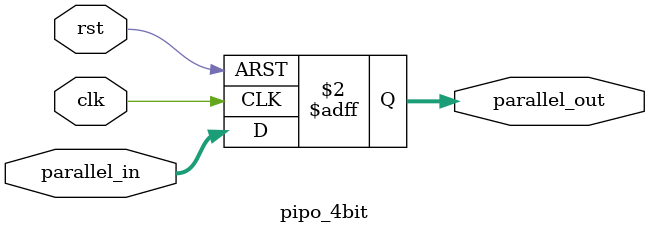
<source format=v>
module pipo_4bit(
     input clk, rst, 
	 input [3:0] parallel_in,
	 output reg[3:0] parallel_out
	 );
	 always @(posedge clk or posedge rst) begin
	     if(rst)
		     parallel_out <= 4'b0000;
		 else 
		     parallel_out <= parallel_in;
		end
	endmodule
</source>
